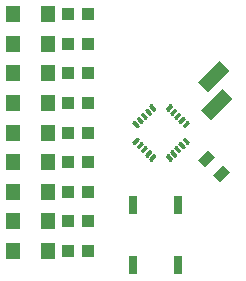
<source format=gtp>
G75*
G70*
%OFA0B0*%
%FSLAX24Y24*%
%IPPOS*%
%LPD*%
%AMOC8*
5,1,8,0,0,1.08239X$1,22.5*
%
%ADD10C,0.0089*%
%ADD11R,0.0315X0.0472*%
%ADD12R,0.0472X0.0551*%
%ADD13R,0.0433X0.0394*%
%ADD14R,0.0500X0.1000*%
%ADD15R,0.0300X0.0600*%
D10*
X005777Y005953D02*
X005895Y006071D01*
X005917Y006049D01*
X005799Y005931D01*
X005777Y005953D01*
X005843Y006019D02*
X005887Y006019D01*
X006034Y005931D02*
X005916Y005813D01*
X006034Y005931D02*
X006056Y005909D01*
X005938Y005791D01*
X005916Y005813D01*
X005982Y005879D02*
X006026Y005879D01*
X006173Y005792D02*
X006055Y005674D01*
X006173Y005792D02*
X006195Y005770D01*
X006077Y005652D01*
X006055Y005674D01*
X006121Y005740D02*
X006165Y005740D01*
X006313Y005653D02*
X006195Y005535D01*
X006313Y005653D02*
X006335Y005631D01*
X006217Y005513D01*
X006195Y005535D01*
X006261Y005601D02*
X006305Y005601D01*
X006452Y005514D02*
X006334Y005396D01*
X006452Y005514D02*
X006474Y005492D01*
X006356Y005374D01*
X006334Y005396D01*
X006400Y005462D02*
X006444Y005462D01*
X006891Y005492D02*
X006913Y005514D01*
X007031Y005396D01*
X007009Y005374D01*
X006891Y005492D01*
X006921Y005462D02*
X006965Y005462D01*
X007030Y005631D02*
X007052Y005653D01*
X007170Y005535D01*
X007148Y005513D01*
X007030Y005631D01*
X007060Y005601D02*
X007104Y005601D01*
X007169Y005770D02*
X007191Y005792D01*
X007309Y005674D01*
X007287Y005652D01*
X007169Y005770D01*
X007199Y005740D02*
X007243Y005740D01*
X007308Y005909D02*
X007330Y005931D01*
X007448Y005813D01*
X007426Y005791D01*
X007308Y005909D01*
X007338Y005879D02*
X007382Y005879D01*
X007447Y006049D02*
X007469Y006071D01*
X007587Y005953D01*
X007565Y005931D01*
X007447Y006049D01*
X007477Y006019D02*
X007521Y006019D01*
X007447Y006509D02*
X007565Y006627D01*
X007587Y006605D01*
X007469Y006487D01*
X007447Y006509D01*
X007513Y006575D02*
X007557Y006575D01*
X007426Y006767D02*
X007308Y006649D01*
X007426Y006767D02*
X007448Y006745D01*
X007330Y006627D01*
X007308Y006649D01*
X007374Y006715D02*
X007418Y006715D01*
X007287Y006906D02*
X007169Y006788D01*
X007287Y006906D02*
X007309Y006884D01*
X007191Y006766D01*
X007169Y006788D01*
X007235Y006854D02*
X007279Y006854D01*
X007148Y007045D02*
X007030Y006927D01*
X007148Y007045D02*
X007170Y007023D01*
X007052Y006905D01*
X007030Y006927D01*
X007096Y006993D02*
X007140Y006993D01*
X007009Y007184D02*
X006891Y007066D01*
X007009Y007184D02*
X007031Y007162D01*
X006913Y007044D01*
X006891Y007066D01*
X006957Y007132D02*
X007001Y007132D01*
X006356Y007184D02*
X006334Y007162D01*
X006356Y007184D02*
X006474Y007066D01*
X006452Y007044D01*
X006334Y007162D01*
X006364Y007132D02*
X006408Y007132D01*
X006217Y007045D02*
X006195Y007023D01*
X006217Y007045D02*
X006335Y006927D01*
X006313Y006905D01*
X006195Y007023D01*
X006225Y006993D02*
X006269Y006993D01*
X006077Y006906D02*
X006055Y006884D01*
X006077Y006906D02*
X006195Y006788D01*
X006173Y006766D01*
X006055Y006884D01*
X006085Y006854D02*
X006129Y006854D01*
X005938Y006767D02*
X005916Y006745D01*
X005938Y006767D02*
X006056Y006649D01*
X006034Y006627D01*
X005916Y006745D01*
X005946Y006715D02*
X005990Y006715D01*
X005799Y006627D02*
X005777Y006605D01*
X005799Y006627D02*
X005917Y006509D01*
X005895Y006487D01*
X005777Y006605D01*
X005807Y006575D02*
X005851Y006575D01*
D11*
G36*
X008156Y005140D02*
X007934Y005362D01*
X008266Y005694D01*
X008488Y005472D01*
X008156Y005140D01*
G37*
G36*
X008657Y004639D02*
X008435Y004861D01*
X008767Y005193D01*
X008989Y004971D01*
X008657Y004639D01*
G37*
D12*
X001761Y002342D03*
X001761Y003326D03*
X001761Y004311D03*
X001761Y005295D03*
X001761Y006279D03*
X001761Y007263D03*
X001761Y008248D03*
X001761Y009232D03*
X001761Y010216D03*
X002942Y010216D03*
X002942Y009232D03*
X002942Y008248D03*
X002942Y007263D03*
X002942Y006279D03*
X002942Y005295D03*
X002942Y004311D03*
X002942Y003326D03*
X002942Y002342D03*
D13*
X003592Y002342D03*
X004261Y002342D03*
X004261Y003326D03*
X003592Y003326D03*
X003592Y004311D03*
X004261Y004311D03*
X004261Y005295D03*
X003592Y005295D03*
X003592Y006279D03*
X004261Y006279D03*
X004261Y007263D03*
X003592Y007263D03*
X003592Y008267D03*
X004261Y008267D03*
X004261Y009232D03*
X003592Y009232D03*
X003592Y010216D03*
X004261Y010216D03*
D14*
G36*
X008627Y008678D02*
X008981Y008324D01*
X008275Y007618D01*
X007921Y007972D01*
X008627Y008678D01*
G37*
G36*
X008727Y007743D02*
X009081Y007389D01*
X008375Y006683D01*
X008021Y007037D01*
X008727Y007743D01*
G37*
D15*
X007257Y003854D03*
X005757Y003854D03*
X005757Y001854D03*
X007257Y001854D03*
M02*

</source>
